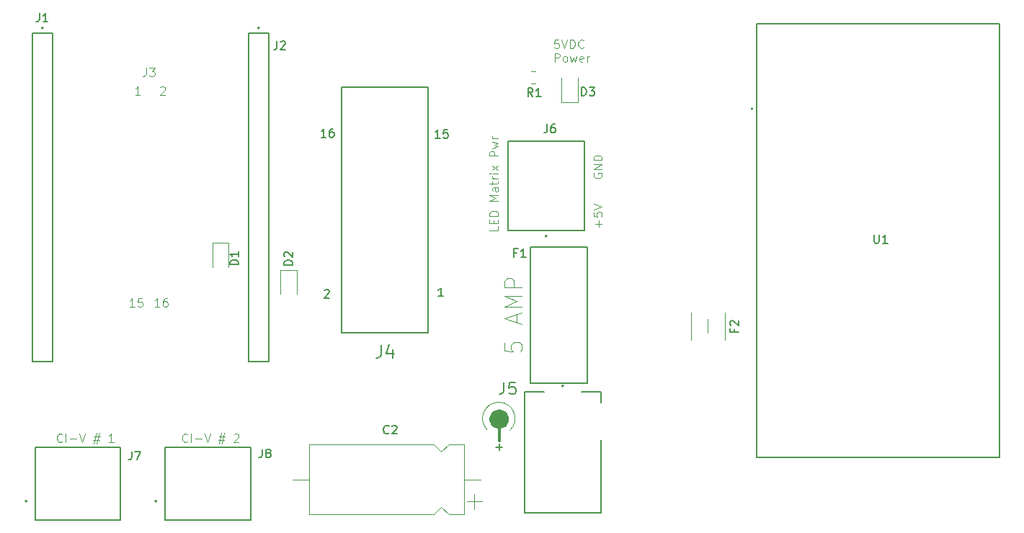
<source format=gbr>
%TF.GenerationSoftware,KiCad,Pcbnew,9.0.0*%
%TF.CreationDate,2025-04-14T04:50:01-04:00*%
%TF.ProjectId,W4MLB_Band_Display,57344d4c-425f-4426-916e-645f44697370,1.0*%
%TF.SameCoordinates,Original*%
%TF.FileFunction,Legend,Top*%
%TF.FilePolarity,Positive*%
%FSLAX46Y46*%
G04 Gerber Fmt 4.6, Leading zero omitted, Abs format (unit mm)*
G04 Created by KiCad (PCBNEW 9.0.0) date 2025-04-14 04:50:01*
%MOMM*%
%LPD*%
G01*
G04 APERTURE LIST*
%ADD10C,0.125000*%
%ADD11C,0.200000*%
%ADD12C,1.168034*%
%ADD13C,0.100000*%
%ADD14C,0.300000*%
%ADD15C,0.150000*%
%ADD16C,0.127000*%
%ADD17C,0.120000*%
G04 APERTURE END LIST*
D10*
X182496521Y-71061175D02*
X182020331Y-71061175D01*
X182020331Y-71061175D02*
X181972712Y-71537365D01*
X181972712Y-71537365D02*
X182020331Y-71489746D01*
X182020331Y-71489746D02*
X182115569Y-71442127D01*
X182115569Y-71442127D02*
X182353664Y-71442127D01*
X182353664Y-71442127D02*
X182448902Y-71489746D01*
X182448902Y-71489746D02*
X182496521Y-71537365D01*
X182496521Y-71537365D02*
X182544140Y-71632603D01*
X182544140Y-71632603D02*
X182544140Y-71870698D01*
X182544140Y-71870698D02*
X182496521Y-71965936D01*
X182496521Y-71965936D02*
X182448902Y-72013556D01*
X182448902Y-72013556D02*
X182353664Y-72061175D01*
X182353664Y-72061175D02*
X182115569Y-72061175D01*
X182115569Y-72061175D02*
X182020331Y-72013556D01*
X182020331Y-72013556D02*
X181972712Y-71965936D01*
X182829855Y-71061175D02*
X183163188Y-72061175D01*
X183163188Y-72061175D02*
X183496521Y-71061175D01*
X183829855Y-72061175D02*
X183829855Y-71061175D01*
X183829855Y-71061175D02*
X184067950Y-71061175D01*
X184067950Y-71061175D02*
X184210807Y-71108794D01*
X184210807Y-71108794D02*
X184306045Y-71204032D01*
X184306045Y-71204032D02*
X184353664Y-71299270D01*
X184353664Y-71299270D02*
X184401283Y-71489746D01*
X184401283Y-71489746D02*
X184401283Y-71632603D01*
X184401283Y-71632603D02*
X184353664Y-71823079D01*
X184353664Y-71823079D02*
X184306045Y-71918317D01*
X184306045Y-71918317D02*
X184210807Y-72013556D01*
X184210807Y-72013556D02*
X184067950Y-72061175D01*
X184067950Y-72061175D02*
X183829855Y-72061175D01*
X185401283Y-71965936D02*
X185353664Y-72013556D01*
X185353664Y-72013556D02*
X185210807Y-72061175D01*
X185210807Y-72061175D02*
X185115569Y-72061175D01*
X185115569Y-72061175D02*
X184972712Y-72013556D01*
X184972712Y-72013556D02*
X184877474Y-71918317D01*
X184877474Y-71918317D02*
X184829855Y-71823079D01*
X184829855Y-71823079D02*
X184782236Y-71632603D01*
X184782236Y-71632603D02*
X184782236Y-71489746D01*
X184782236Y-71489746D02*
X184829855Y-71299270D01*
X184829855Y-71299270D02*
X184877474Y-71204032D01*
X184877474Y-71204032D02*
X184972712Y-71108794D01*
X184972712Y-71108794D02*
X185115569Y-71061175D01*
X185115569Y-71061175D02*
X185210807Y-71061175D01*
X185210807Y-71061175D02*
X185353664Y-71108794D01*
X185353664Y-71108794D02*
X185401283Y-71156413D01*
X182020331Y-73671119D02*
X182020331Y-72671119D01*
X182020331Y-72671119D02*
X182401283Y-72671119D01*
X182401283Y-72671119D02*
X182496521Y-72718738D01*
X182496521Y-72718738D02*
X182544140Y-72766357D01*
X182544140Y-72766357D02*
X182591759Y-72861595D01*
X182591759Y-72861595D02*
X182591759Y-73004452D01*
X182591759Y-73004452D02*
X182544140Y-73099690D01*
X182544140Y-73099690D02*
X182496521Y-73147309D01*
X182496521Y-73147309D02*
X182401283Y-73194928D01*
X182401283Y-73194928D02*
X182020331Y-73194928D01*
X183163188Y-73671119D02*
X183067950Y-73623500D01*
X183067950Y-73623500D02*
X183020331Y-73575880D01*
X183020331Y-73575880D02*
X182972712Y-73480642D01*
X182972712Y-73480642D02*
X182972712Y-73194928D01*
X182972712Y-73194928D02*
X183020331Y-73099690D01*
X183020331Y-73099690D02*
X183067950Y-73052071D01*
X183067950Y-73052071D02*
X183163188Y-73004452D01*
X183163188Y-73004452D02*
X183306045Y-73004452D01*
X183306045Y-73004452D02*
X183401283Y-73052071D01*
X183401283Y-73052071D02*
X183448902Y-73099690D01*
X183448902Y-73099690D02*
X183496521Y-73194928D01*
X183496521Y-73194928D02*
X183496521Y-73480642D01*
X183496521Y-73480642D02*
X183448902Y-73575880D01*
X183448902Y-73575880D02*
X183401283Y-73623500D01*
X183401283Y-73623500D02*
X183306045Y-73671119D01*
X183306045Y-73671119D02*
X183163188Y-73671119D01*
X183829855Y-73004452D02*
X184020331Y-73671119D01*
X184020331Y-73671119D02*
X184210807Y-73194928D01*
X184210807Y-73194928D02*
X184401283Y-73671119D01*
X184401283Y-73671119D02*
X184591759Y-73004452D01*
X185353664Y-73623500D02*
X185258426Y-73671119D01*
X185258426Y-73671119D02*
X185067950Y-73671119D01*
X185067950Y-73671119D02*
X184972712Y-73623500D01*
X184972712Y-73623500D02*
X184925093Y-73528261D01*
X184925093Y-73528261D02*
X184925093Y-73147309D01*
X184925093Y-73147309D02*
X184972712Y-73052071D01*
X184972712Y-73052071D02*
X185067950Y-73004452D01*
X185067950Y-73004452D02*
X185258426Y-73004452D01*
X185258426Y-73004452D02*
X185353664Y-73052071D01*
X185353664Y-73052071D02*
X185401283Y-73147309D01*
X185401283Y-73147309D02*
X185401283Y-73242547D01*
X185401283Y-73242547D02*
X184925093Y-73337785D01*
X185829855Y-73671119D02*
X185829855Y-73004452D01*
X185829855Y-73194928D02*
X185877474Y-73099690D01*
X185877474Y-73099690D02*
X185925093Y-73052071D01*
X185925093Y-73052071D02*
X186020331Y-73004452D01*
X186020331Y-73004452D02*
X186115569Y-73004452D01*
X132644140Y-102471119D02*
X132072712Y-102471119D01*
X132358426Y-102471119D02*
X132358426Y-101471119D01*
X132358426Y-101471119D02*
X132263188Y-101613976D01*
X132263188Y-101613976D02*
X132167950Y-101709214D01*
X132167950Y-101709214D02*
X132072712Y-101756833D01*
X133548902Y-101471119D02*
X133072712Y-101471119D01*
X133072712Y-101471119D02*
X133025093Y-101947309D01*
X133025093Y-101947309D02*
X133072712Y-101899690D01*
X133072712Y-101899690D02*
X133167950Y-101852071D01*
X133167950Y-101852071D02*
X133406045Y-101852071D01*
X133406045Y-101852071D02*
X133501283Y-101899690D01*
X133501283Y-101899690D02*
X133548902Y-101947309D01*
X133548902Y-101947309D02*
X133596521Y-102042547D01*
X133596521Y-102042547D02*
X133596521Y-102280642D01*
X133596521Y-102280642D02*
X133548902Y-102375880D01*
X133548902Y-102375880D02*
X133501283Y-102423500D01*
X133501283Y-102423500D02*
X133406045Y-102471119D01*
X133406045Y-102471119D02*
X133167950Y-102471119D01*
X133167950Y-102471119D02*
X133072712Y-102423500D01*
X133072712Y-102423500D02*
X133025093Y-102375880D01*
D11*
X175511917Y-119330753D02*
X175511917Y-118568849D01*
X175892870Y-118949801D02*
X175130965Y-118949801D01*
D12*
X176074017Y-115680000D02*
G75*
G02*
X174905983Y-115680000I-584017J0D01*
G01*
X174905983Y-115680000D02*
G75*
G02*
X176074017Y-115680000I584017J0D01*
G01*
D13*
X174092292Y-116946945D02*
G75*
G02*
X176711754Y-117028991I1353408J1353445D01*
G01*
D14*
X175490000Y-115680000D02*
X175490000Y-118180000D01*
D10*
X138859259Y-118275880D02*
X138811640Y-118323500D01*
X138811640Y-118323500D02*
X138668783Y-118371119D01*
X138668783Y-118371119D02*
X138573545Y-118371119D01*
X138573545Y-118371119D02*
X138430688Y-118323500D01*
X138430688Y-118323500D02*
X138335450Y-118228261D01*
X138335450Y-118228261D02*
X138287831Y-118133023D01*
X138287831Y-118133023D02*
X138240212Y-117942547D01*
X138240212Y-117942547D02*
X138240212Y-117799690D01*
X138240212Y-117799690D02*
X138287831Y-117609214D01*
X138287831Y-117609214D02*
X138335450Y-117513976D01*
X138335450Y-117513976D02*
X138430688Y-117418738D01*
X138430688Y-117418738D02*
X138573545Y-117371119D01*
X138573545Y-117371119D02*
X138668783Y-117371119D01*
X138668783Y-117371119D02*
X138811640Y-117418738D01*
X138811640Y-117418738D02*
X138859259Y-117466357D01*
X139287831Y-118371119D02*
X139287831Y-117371119D01*
X139764021Y-117990166D02*
X140525926Y-117990166D01*
X140859259Y-117371119D02*
X141192592Y-118371119D01*
X141192592Y-118371119D02*
X141525925Y-117371119D01*
X142573545Y-117704452D02*
X143287830Y-117704452D01*
X142859259Y-117275880D02*
X142573545Y-118561595D01*
X143192592Y-118133023D02*
X142478307Y-118133023D01*
X142906878Y-118561595D02*
X143192592Y-117275880D01*
X144335450Y-117466357D02*
X144383069Y-117418738D01*
X144383069Y-117418738D02*
X144478307Y-117371119D01*
X144478307Y-117371119D02*
X144716402Y-117371119D01*
X144716402Y-117371119D02*
X144811640Y-117418738D01*
X144811640Y-117418738D02*
X144859259Y-117466357D01*
X144859259Y-117466357D02*
X144906878Y-117561595D01*
X144906878Y-117561595D02*
X144906878Y-117656833D01*
X144906878Y-117656833D02*
X144859259Y-117799690D01*
X144859259Y-117799690D02*
X144287831Y-118371119D01*
X144287831Y-118371119D02*
X144906878Y-118371119D01*
X124159259Y-118275880D02*
X124111640Y-118323500D01*
X124111640Y-118323500D02*
X123968783Y-118371119D01*
X123968783Y-118371119D02*
X123873545Y-118371119D01*
X123873545Y-118371119D02*
X123730688Y-118323500D01*
X123730688Y-118323500D02*
X123635450Y-118228261D01*
X123635450Y-118228261D02*
X123587831Y-118133023D01*
X123587831Y-118133023D02*
X123540212Y-117942547D01*
X123540212Y-117942547D02*
X123540212Y-117799690D01*
X123540212Y-117799690D02*
X123587831Y-117609214D01*
X123587831Y-117609214D02*
X123635450Y-117513976D01*
X123635450Y-117513976D02*
X123730688Y-117418738D01*
X123730688Y-117418738D02*
X123873545Y-117371119D01*
X123873545Y-117371119D02*
X123968783Y-117371119D01*
X123968783Y-117371119D02*
X124111640Y-117418738D01*
X124111640Y-117418738D02*
X124159259Y-117466357D01*
X124587831Y-118371119D02*
X124587831Y-117371119D01*
X125064021Y-117990166D02*
X125825926Y-117990166D01*
X126159259Y-117371119D02*
X126492592Y-118371119D01*
X126492592Y-118371119D02*
X126825925Y-117371119D01*
X127873545Y-117704452D02*
X128587830Y-117704452D01*
X128159259Y-117275880D02*
X127873545Y-118561595D01*
X128492592Y-118133023D02*
X127778307Y-118133023D01*
X128206878Y-118561595D02*
X128492592Y-117275880D01*
X130206878Y-118371119D02*
X129635450Y-118371119D01*
X129921164Y-118371119D02*
X129921164Y-117371119D01*
X129921164Y-117371119D02*
X129825926Y-117513976D01*
X129825926Y-117513976D02*
X129730688Y-117609214D01*
X129730688Y-117609214D02*
X129635450Y-117656833D01*
X176148738Y-106689192D02*
X176148738Y-107641573D01*
X176148738Y-107641573D02*
X177101119Y-107736811D01*
X177101119Y-107736811D02*
X177005880Y-107641573D01*
X177005880Y-107641573D02*
X176910642Y-107451097D01*
X176910642Y-107451097D02*
X176910642Y-106974906D01*
X176910642Y-106974906D02*
X177005880Y-106784430D01*
X177005880Y-106784430D02*
X177101119Y-106689192D01*
X177101119Y-106689192D02*
X177291595Y-106593954D01*
X177291595Y-106593954D02*
X177767785Y-106593954D01*
X177767785Y-106593954D02*
X177958261Y-106689192D01*
X177958261Y-106689192D02*
X178053500Y-106784430D01*
X178053500Y-106784430D02*
X178148738Y-106974906D01*
X178148738Y-106974906D02*
X178148738Y-107451097D01*
X178148738Y-107451097D02*
X178053500Y-107641573D01*
X178053500Y-107641573D02*
X177958261Y-107736811D01*
X177577309Y-104308239D02*
X177577309Y-103355858D01*
X178148738Y-104498715D02*
X176148738Y-103832049D01*
X176148738Y-103832049D02*
X178148738Y-103165382D01*
X178148738Y-102498715D02*
X176148738Y-102498715D01*
X176148738Y-102498715D02*
X177577309Y-101832048D01*
X177577309Y-101832048D02*
X176148738Y-101165382D01*
X176148738Y-101165382D02*
X178148738Y-101165382D01*
X178148738Y-100213001D02*
X176148738Y-100213001D01*
X176148738Y-100213001D02*
X176148738Y-99451096D01*
X176148738Y-99451096D02*
X176243976Y-99260620D01*
X176243976Y-99260620D02*
X176339214Y-99165382D01*
X176339214Y-99165382D02*
X176529690Y-99070144D01*
X176529690Y-99070144D02*
X176815404Y-99070144D01*
X176815404Y-99070144D02*
X177005880Y-99165382D01*
X177005880Y-99165382D02*
X177101119Y-99260620D01*
X177101119Y-99260620D02*
X177196357Y-99451096D01*
X177196357Y-99451096D02*
X177196357Y-100213001D01*
X135672712Y-76666357D02*
X135720331Y-76618738D01*
X135720331Y-76618738D02*
X135815569Y-76571119D01*
X135815569Y-76571119D02*
X136053664Y-76571119D01*
X136053664Y-76571119D02*
X136148902Y-76618738D01*
X136148902Y-76618738D02*
X136196521Y-76666357D01*
X136196521Y-76666357D02*
X136244140Y-76761595D01*
X136244140Y-76761595D02*
X136244140Y-76856833D01*
X136244140Y-76856833D02*
X136196521Y-76999690D01*
X136196521Y-76999690D02*
X135625093Y-77571119D01*
X135625093Y-77571119D02*
X136244140Y-77571119D01*
X186618738Y-86755859D02*
X186571119Y-86851097D01*
X186571119Y-86851097D02*
X186571119Y-86993954D01*
X186571119Y-86993954D02*
X186618738Y-87136811D01*
X186618738Y-87136811D02*
X186713976Y-87232049D01*
X186713976Y-87232049D02*
X186809214Y-87279668D01*
X186809214Y-87279668D02*
X186999690Y-87327287D01*
X186999690Y-87327287D02*
X187142547Y-87327287D01*
X187142547Y-87327287D02*
X187333023Y-87279668D01*
X187333023Y-87279668D02*
X187428261Y-87232049D01*
X187428261Y-87232049D02*
X187523500Y-87136811D01*
X187523500Y-87136811D02*
X187571119Y-86993954D01*
X187571119Y-86993954D02*
X187571119Y-86898716D01*
X187571119Y-86898716D02*
X187523500Y-86755859D01*
X187523500Y-86755859D02*
X187475880Y-86708240D01*
X187475880Y-86708240D02*
X187142547Y-86708240D01*
X187142547Y-86708240D02*
X187142547Y-86898716D01*
X187571119Y-86279668D02*
X186571119Y-86279668D01*
X186571119Y-86279668D02*
X187571119Y-85708240D01*
X187571119Y-85708240D02*
X186571119Y-85708240D01*
X187571119Y-85232049D02*
X186571119Y-85232049D01*
X186571119Y-85232049D02*
X186571119Y-84993954D01*
X186571119Y-84993954D02*
X186618738Y-84851097D01*
X186618738Y-84851097D02*
X186713976Y-84755859D01*
X186713976Y-84755859D02*
X186809214Y-84708240D01*
X186809214Y-84708240D02*
X186999690Y-84660621D01*
X186999690Y-84660621D02*
X187142547Y-84660621D01*
X187142547Y-84660621D02*
X187333023Y-84708240D01*
X187333023Y-84708240D02*
X187428261Y-84755859D01*
X187428261Y-84755859D02*
X187523500Y-84851097D01*
X187523500Y-84851097D02*
X187571119Y-84993954D01*
X187571119Y-84993954D02*
X187571119Y-85232049D01*
X134006045Y-74371119D02*
X134006045Y-75085404D01*
X134006045Y-75085404D02*
X133958426Y-75228261D01*
X133958426Y-75228261D02*
X133863188Y-75323500D01*
X133863188Y-75323500D02*
X133720331Y-75371119D01*
X133720331Y-75371119D02*
X133625093Y-75371119D01*
X134386998Y-74371119D02*
X135006045Y-74371119D01*
X135006045Y-74371119D02*
X134672712Y-74752071D01*
X134672712Y-74752071D02*
X134815569Y-74752071D01*
X134815569Y-74752071D02*
X134910807Y-74799690D01*
X134910807Y-74799690D02*
X134958426Y-74847309D01*
X134958426Y-74847309D02*
X135006045Y-74942547D01*
X135006045Y-74942547D02*
X135006045Y-75180642D01*
X135006045Y-75180642D02*
X134958426Y-75275880D01*
X134958426Y-75275880D02*
X134910807Y-75323500D01*
X134910807Y-75323500D02*
X134815569Y-75371119D01*
X134815569Y-75371119D02*
X134529855Y-75371119D01*
X134529855Y-75371119D02*
X134434617Y-75323500D01*
X134434617Y-75323500D02*
X134386998Y-75275880D01*
X187190166Y-93079668D02*
X187190166Y-92317764D01*
X187571119Y-92698716D02*
X186809214Y-92698716D01*
X186571119Y-91365383D02*
X186571119Y-91841573D01*
X186571119Y-91841573D02*
X187047309Y-91889192D01*
X187047309Y-91889192D02*
X186999690Y-91841573D01*
X186999690Y-91841573D02*
X186952071Y-91746335D01*
X186952071Y-91746335D02*
X186952071Y-91508240D01*
X186952071Y-91508240D02*
X186999690Y-91413002D01*
X186999690Y-91413002D02*
X187047309Y-91365383D01*
X187047309Y-91365383D02*
X187142547Y-91317764D01*
X187142547Y-91317764D02*
X187380642Y-91317764D01*
X187380642Y-91317764D02*
X187475880Y-91365383D01*
X187475880Y-91365383D02*
X187523500Y-91413002D01*
X187523500Y-91413002D02*
X187571119Y-91508240D01*
X187571119Y-91508240D02*
X187571119Y-91746335D01*
X187571119Y-91746335D02*
X187523500Y-91841573D01*
X187523500Y-91841573D02*
X187475880Y-91889192D01*
X186571119Y-91032049D02*
X187571119Y-90698716D01*
X187571119Y-90698716D02*
X186571119Y-90365383D01*
X135594140Y-102453619D02*
X135022712Y-102453619D01*
X135308426Y-102453619D02*
X135308426Y-101453619D01*
X135308426Y-101453619D02*
X135213188Y-101596476D01*
X135213188Y-101596476D02*
X135117950Y-101691714D01*
X135117950Y-101691714D02*
X135022712Y-101739333D01*
X136451283Y-101453619D02*
X136260807Y-101453619D01*
X136260807Y-101453619D02*
X136165569Y-101501238D01*
X136165569Y-101501238D02*
X136117950Y-101548857D01*
X136117950Y-101548857D02*
X136022712Y-101691714D01*
X136022712Y-101691714D02*
X135975093Y-101882190D01*
X135975093Y-101882190D02*
X135975093Y-102263142D01*
X135975093Y-102263142D02*
X136022712Y-102358380D01*
X136022712Y-102358380D02*
X136070331Y-102406000D01*
X136070331Y-102406000D02*
X136165569Y-102453619D01*
X136165569Y-102453619D02*
X136356045Y-102453619D01*
X136356045Y-102453619D02*
X136451283Y-102406000D01*
X136451283Y-102406000D02*
X136498902Y-102358380D01*
X136498902Y-102358380D02*
X136546521Y-102263142D01*
X136546521Y-102263142D02*
X136546521Y-102025047D01*
X136546521Y-102025047D02*
X136498902Y-101929809D01*
X136498902Y-101929809D02*
X136451283Y-101882190D01*
X136451283Y-101882190D02*
X136356045Y-101834571D01*
X136356045Y-101834571D02*
X136165569Y-101834571D01*
X136165569Y-101834571D02*
X136070331Y-101882190D01*
X136070331Y-101882190D02*
X136022712Y-101929809D01*
X136022712Y-101929809D02*
X135975093Y-102025047D01*
X133294140Y-77553619D02*
X132722712Y-77553619D01*
X133008426Y-77553619D02*
X133008426Y-76553619D01*
X133008426Y-76553619D02*
X132913188Y-76696476D01*
X132913188Y-76696476D02*
X132817950Y-76791714D01*
X132817950Y-76791714D02*
X132722712Y-76839333D01*
X175371119Y-93003478D02*
X175371119Y-93479668D01*
X175371119Y-93479668D02*
X174371119Y-93479668D01*
X174847309Y-92670144D02*
X174847309Y-92336811D01*
X175371119Y-92193954D02*
X175371119Y-92670144D01*
X175371119Y-92670144D02*
X174371119Y-92670144D01*
X174371119Y-92670144D02*
X174371119Y-92193954D01*
X175371119Y-91765382D02*
X174371119Y-91765382D01*
X174371119Y-91765382D02*
X174371119Y-91527287D01*
X174371119Y-91527287D02*
X174418738Y-91384430D01*
X174418738Y-91384430D02*
X174513976Y-91289192D01*
X174513976Y-91289192D02*
X174609214Y-91241573D01*
X174609214Y-91241573D02*
X174799690Y-91193954D01*
X174799690Y-91193954D02*
X174942547Y-91193954D01*
X174942547Y-91193954D02*
X175133023Y-91241573D01*
X175133023Y-91241573D02*
X175228261Y-91289192D01*
X175228261Y-91289192D02*
X175323500Y-91384430D01*
X175323500Y-91384430D02*
X175371119Y-91527287D01*
X175371119Y-91527287D02*
X175371119Y-91765382D01*
X175371119Y-90003477D02*
X174371119Y-90003477D01*
X174371119Y-90003477D02*
X175085404Y-89670144D01*
X175085404Y-89670144D02*
X174371119Y-89336811D01*
X174371119Y-89336811D02*
X175371119Y-89336811D01*
X175371119Y-88432049D02*
X174847309Y-88432049D01*
X174847309Y-88432049D02*
X174752071Y-88479668D01*
X174752071Y-88479668D02*
X174704452Y-88574906D01*
X174704452Y-88574906D02*
X174704452Y-88765382D01*
X174704452Y-88765382D02*
X174752071Y-88860620D01*
X175323500Y-88432049D02*
X175371119Y-88527287D01*
X175371119Y-88527287D02*
X175371119Y-88765382D01*
X175371119Y-88765382D02*
X175323500Y-88860620D01*
X175323500Y-88860620D02*
X175228261Y-88908239D01*
X175228261Y-88908239D02*
X175133023Y-88908239D01*
X175133023Y-88908239D02*
X175037785Y-88860620D01*
X175037785Y-88860620D02*
X174990166Y-88765382D01*
X174990166Y-88765382D02*
X174990166Y-88527287D01*
X174990166Y-88527287D02*
X174942547Y-88432049D01*
X174704452Y-88098715D02*
X174704452Y-87717763D01*
X174371119Y-87955858D02*
X175228261Y-87955858D01*
X175228261Y-87955858D02*
X175323500Y-87908239D01*
X175323500Y-87908239D02*
X175371119Y-87813001D01*
X175371119Y-87813001D02*
X175371119Y-87717763D01*
X175371119Y-87384429D02*
X174704452Y-87384429D01*
X174894928Y-87384429D02*
X174799690Y-87336810D01*
X174799690Y-87336810D02*
X174752071Y-87289191D01*
X174752071Y-87289191D02*
X174704452Y-87193953D01*
X174704452Y-87193953D02*
X174704452Y-87098715D01*
X175371119Y-86765381D02*
X174704452Y-86765381D01*
X174371119Y-86765381D02*
X174418738Y-86813000D01*
X174418738Y-86813000D02*
X174466357Y-86765381D01*
X174466357Y-86765381D02*
X174418738Y-86717762D01*
X174418738Y-86717762D02*
X174371119Y-86765381D01*
X174371119Y-86765381D02*
X174466357Y-86765381D01*
X175371119Y-86384429D02*
X174704452Y-85860620D01*
X174704452Y-86384429D02*
X175371119Y-85860620D01*
X175371119Y-84717762D02*
X174371119Y-84717762D01*
X174371119Y-84717762D02*
X174371119Y-84336810D01*
X174371119Y-84336810D02*
X174418738Y-84241572D01*
X174418738Y-84241572D02*
X174466357Y-84193953D01*
X174466357Y-84193953D02*
X174561595Y-84146334D01*
X174561595Y-84146334D02*
X174704452Y-84146334D01*
X174704452Y-84146334D02*
X174799690Y-84193953D01*
X174799690Y-84193953D02*
X174847309Y-84241572D01*
X174847309Y-84241572D02*
X174894928Y-84336810D01*
X174894928Y-84336810D02*
X174894928Y-84717762D01*
X174704452Y-83813000D02*
X175371119Y-83622524D01*
X175371119Y-83622524D02*
X174894928Y-83432048D01*
X174894928Y-83432048D02*
X175371119Y-83241572D01*
X175371119Y-83241572D02*
X174704452Y-83051096D01*
X175371119Y-82670143D02*
X174704452Y-82670143D01*
X174894928Y-82670143D02*
X174799690Y-82622524D01*
X174799690Y-82622524D02*
X174752071Y-82574905D01*
X174752071Y-82574905D02*
X174704452Y-82479667D01*
X174704452Y-82479667D02*
X174704452Y-82384429D01*
D15*
X147634166Y-119204819D02*
X147634166Y-119919104D01*
X147634166Y-119919104D02*
X147586547Y-120061961D01*
X147586547Y-120061961D02*
X147491309Y-120157200D01*
X147491309Y-120157200D02*
X147348452Y-120204819D01*
X147348452Y-120204819D02*
X147253214Y-120204819D01*
X148253214Y-119633390D02*
X148157976Y-119585771D01*
X148157976Y-119585771D02*
X148110357Y-119538152D01*
X148110357Y-119538152D02*
X148062738Y-119442914D01*
X148062738Y-119442914D02*
X148062738Y-119395295D01*
X148062738Y-119395295D02*
X148110357Y-119300057D01*
X148110357Y-119300057D02*
X148157976Y-119252438D01*
X148157976Y-119252438D02*
X148253214Y-119204819D01*
X148253214Y-119204819D02*
X148443690Y-119204819D01*
X148443690Y-119204819D02*
X148538928Y-119252438D01*
X148538928Y-119252438D02*
X148586547Y-119300057D01*
X148586547Y-119300057D02*
X148634166Y-119395295D01*
X148634166Y-119395295D02*
X148634166Y-119442914D01*
X148634166Y-119442914D02*
X148586547Y-119538152D01*
X148586547Y-119538152D02*
X148538928Y-119585771D01*
X148538928Y-119585771D02*
X148443690Y-119633390D01*
X148443690Y-119633390D02*
X148253214Y-119633390D01*
X148253214Y-119633390D02*
X148157976Y-119681009D01*
X148157976Y-119681009D02*
X148110357Y-119728628D01*
X148110357Y-119728628D02*
X148062738Y-119823866D01*
X148062738Y-119823866D02*
X148062738Y-120014342D01*
X148062738Y-120014342D02*
X148110357Y-120109580D01*
X148110357Y-120109580D02*
X148157976Y-120157200D01*
X148157976Y-120157200D02*
X148253214Y-120204819D01*
X148253214Y-120204819D02*
X148443690Y-120204819D01*
X148443690Y-120204819D02*
X148538928Y-120157200D01*
X148538928Y-120157200D02*
X148586547Y-120109580D01*
X148586547Y-120109580D02*
X148634166Y-120014342D01*
X148634166Y-120014342D02*
X148634166Y-119823866D01*
X148634166Y-119823866D02*
X148586547Y-119728628D01*
X148586547Y-119728628D02*
X148538928Y-119681009D01*
X148538928Y-119681009D02*
X148443690Y-119633390D01*
X185161905Y-77654819D02*
X185161905Y-76654819D01*
X185161905Y-76654819D02*
X185400000Y-76654819D01*
X185400000Y-76654819D02*
X185542857Y-76702438D01*
X185542857Y-76702438D02*
X185638095Y-76797676D01*
X185638095Y-76797676D02*
X185685714Y-76892914D01*
X185685714Y-76892914D02*
X185733333Y-77083390D01*
X185733333Y-77083390D02*
X185733333Y-77226247D01*
X185733333Y-77226247D02*
X185685714Y-77416723D01*
X185685714Y-77416723D02*
X185638095Y-77511961D01*
X185638095Y-77511961D02*
X185542857Y-77607200D01*
X185542857Y-77607200D02*
X185400000Y-77654819D01*
X185400000Y-77654819D02*
X185161905Y-77654819D01*
X186066667Y-76654819D02*
X186685714Y-76654819D01*
X186685714Y-76654819D02*
X186352381Y-77035771D01*
X186352381Y-77035771D02*
X186495238Y-77035771D01*
X186495238Y-77035771D02*
X186590476Y-77083390D01*
X186590476Y-77083390D02*
X186638095Y-77131009D01*
X186638095Y-77131009D02*
X186685714Y-77226247D01*
X186685714Y-77226247D02*
X186685714Y-77464342D01*
X186685714Y-77464342D02*
X186638095Y-77559580D01*
X186638095Y-77559580D02*
X186590476Y-77607200D01*
X186590476Y-77607200D02*
X186495238Y-77654819D01*
X186495238Y-77654819D02*
X186209524Y-77654819D01*
X186209524Y-77654819D02*
X186114286Y-77607200D01*
X186114286Y-77607200D02*
X186066667Y-77559580D01*
X144854819Y-97513094D02*
X143854819Y-97513094D01*
X143854819Y-97513094D02*
X143854819Y-97274999D01*
X143854819Y-97274999D02*
X143902438Y-97132142D01*
X143902438Y-97132142D02*
X143997676Y-97036904D01*
X143997676Y-97036904D02*
X144092914Y-96989285D01*
X144092914Y-96989285D02*
X144283390Y-96941666D01*
X144283390Y-96941666D02*
X144426247Y-96941666D01*
X144426247Y-96941666D02*
X144616723Y-96989285D01*
X144616723Y-96989285D02*
X144711961Y-97036904D01*
X144711961Y-97036904D02*
X144807200Y-97132142D01*
X144807200Y-97132142D02*
X144854819Y-97274999D01*
X144854819Y-97274999D02*
X144854819Y-97513094D01*
X144854819Y-95989285D02*
X144854819Y-96560713D01*
X144854819Y-96274999D02*
X143854819Y-96274999D01*
X143854819Y-96274999D02*
X143997676Y-96370237D01*
X143997676Y-96370237D02*
X144092914Y-96465475D01*
X144092914Y-96465475D02*
X144140533Y-96560713D01*
X179433333Y-77754819D02*
X179100000Y-77278628D01*
X178861905Y-77754819D02*
X178861905Y-76754819D01*
X178861905Y-76754819D02*
X179242857Y-76754819D01*
X179242857Y-76754819D02*
X179338095Y-76802438D01*
X179338095Y-76802438D02*
X179385714Y-76850057D01*
X179385714Y-76850057D02*
X179433333Y-76945295D01*
X179433333Y-76945295D02*
X179433333Y-77088152D01*
X179433333Y-77088152D02*
X179385714Y-77183390D01*
X179385714Y-77183390D02*
X179338095Y-77231009D01*
X179338095Y-77231009D02*
X179242857Y-77278628D01*
X179242857Y-77278628D02*
X178861905Y-77278628D01*
X180385714Y-77754819D02*
X179814286Y-77754819D01*
X180100000Y-77754819D02*
X180100000Y-76754819D01*
X180100000Y-76754819D02*
X180004762Y-76897676D01*
X180004762Y-76897676D02*
X179909524Y-76992914D01*
X179909524Y-76992914D02*
X179814286Y-77040533D01*
X177566666Y-96131009D02*
X177233333Y-96131009D01*
X177233333Y-96654819D02*
X177233333Y-95654819D01*
X177233333Y-95654819D02*
X177709523Y-95654819D01*
X178614285Y-96654819D02*
X178042857Y-96654819D01*
X178328571Y-96654819D02*
X178328571Y-95654819D01*
X178328571Y-95654819D02*
X178233333Y-95797676D01*
X178233333Y-95797676D02*
X178138095Y-95892914D01*
X178138095Y-95892914D02*
X178042857Y-95940533D01*
X181116666Y-81004819D02*
X181116666Y-81719104D01*
X181116666Y-81719104D02*
X181069047Y-81861961D01*
X181069047Y-81861961D02*
X180973809Y-81957200D01*
X180973809Y-81957200D02*
X180830952Y-82004819D01*
X180830952Y-82004819D02*
X180735714Y-82004819D01*
X182021428Y-81004819D02*
X181830952Y-81004819D01*
X181830952Y-81004819D02*
X181735714Y-81052438D01*
X181735714Y-81052438D02*
X181688095Y-81100057D01*
X181688095Y-81100057D02*
X181592857Y-81242914D01*
X181592857Y-81242914D02*
X181545238Y-81433390D01*
X181545238Y-81433390D02*
X181545238Y-81814342D01*
X181545238Y-81814342D02*
X181592857Y-81909580D01*
X181592857Y-81909580D02*
X181640476Y-81957200D01*
X181640476Y-81957200D02*
X181735714Y-82004819D01*
X181735714Y-82004819D02*
X181926190Y-82004819D01*
X181926190Y-82004819D02*
X182021428Y-81957200D01*
X182021428Y-81957200D02*
X182069047Y-81909580D01*
X182069047Y-81909580D02*
X182116666Y-81814342D01*
X182116666Y-81814342D02*
X182116666Y-81576247D01*
X182116666Y-81576247D02*
X182069047Y-81481009D01*
X182069047Y-81481009D02*
X182021428Y-81433390D01*
X182021428Y-81433390D02*
X181926190Y-81385771D01*
X181926190Y-81385771D02*
X181735714Y-81385771D01*
X181735714Y-81385771D02*
X181640476Y-81433390D01*
X181640476Y-81433390D02*
X181592857Y-81481009D01*
X181592857Y-81481009D02*
X181545238Y-81576247D01*
X149366666Y-71254819D02*
X149366666Y-71969104D01*
X149366666Y-71969104D02*
X149319047Y-72111961D01*
X149319047Y-72111961D02*
X149223809Y-72207200D01*
X149223809Y-72207200D02*
X149080952Y-72254819D01*
X149080952Y-72254819D02*
X148985714Y-72254819D01*
X149795238Y-71350057D02*
X149842857Y-71302438D01*
X149842857Y-71302438D02*
X149938095Y-71254819D01*
X149938095Y-71254819D02*
X150176190Y-71254819D01*
X150176190Y-71254819D02*
X150271428Y-71302438D01*
X150271428Y-71302438D02*
X150319047Y-71350057D01*
X150319047Y-71350057D02*
X150366666Y-71445295D01*
X150366666Y-71445295D02*
X150366666Y-71540533D01*
X150366666Y-71540533D02*
X150319047Y-71683390D01*
X150319047Y-71683390D02*
X149747619Y-72254819D01*
X149747619Y-72254819D02*
X150366666Y-72254819D01*
X121466666Y-67954819D02*
X121466666Y-68669104D01*
X121466666Y-68669104D02*
X121419047Y-68811961D01*
X121419047Y-68811961D02*
X121323809Y-68907200D01*
X121323809Y-68907200D02*
X121180952Y-68954819D01*
X121180952Y-68954819D02*
X121085714Y-68954819D01*
X122466666Y-68954819D02*
X121895238Y-68954819D01*
X122180952Y-68954819D02*
X122180952Y-67954819D01*
X122180952Y-67954819D02*
X122085714Y-68097676D01*
X122085714Y-68097676D02*
X121990476Y-68192914D01*
X121990476Y-68192914D02*
X121895238Y-68240533D01*
X162533333Y-117309580D02*
X162485714Y-117357200D01*
X162485714Y-117357200D02*
X162342857Y-117404819D01*
X162342857Y-117404819D02*
X162247619Y-117404819D01*
X162247619Y-117404819D02*
X162104762Y-117357200D01*
X162104762Y-117357200D02*
X162009524Y-117261961D01*
X162009524Y-117261961D02*
X161961905Y-117166723D01*
X161961905Y-117166723D02*
X161914286Y-116976247D01*
X161914286Y-116976247D02*
X161914286Y-116833390D01*
X161914286Y-116833390D02*
X161961905Y-116642914D01*
X161961905Y-116642914D02*
X162009524Y-116547676D01*
X162009524Y-116547676D02*
X162104762Y-116452438D01*
X162104762Y-116452438D02*
X162247619Y-116404819D01*
X162247619Y-116404819D02*
X162342857Y-116404819D01*
X162342857Y-116404819D02*
X162485714Y-116452438D01*
X162485714Y-116452438D02*
X162533333Y-116500057D01*
X162914286Y-116500057D02*
X162961905Y-116452438D01*
X162961905Y-116452438D02*
X163057143Y-116404819D01*
X163057143Y-116404819D02*
X163295238Y-116404819D01*
X163295238Y-116404819D02*
X163390476Y-116452438D01*
X163390476Y-116452438D02*
X163438095Y-116500057D01*
X163438095Y-116500057D02*
X163485714Y-116595295D01*
X163485714Y-116595295D02*
X163485714Y-116690533D01*
X163485714Y-116690533D02*
X163438095Y-116833390D01*
X163438095Y-116833390D02*
X162866667Y-117404819D01*
X162866667Y-117404819D02*
X163485714Y-117404819D01*
X132334166Y-119454819D02*
X132334166Y-120169104D01*
X132334166Y-120169104D02*
X132286547Y-120311961D01*
X132286547Y-120311961D02*
X132191309Y-120407200D01*
X132191309Y-120407200D02*
X132048452Y-120454819D01*
X132048452Y-120454819D02*
X131953214Y-120454819D01*
X132715119Y-119454819D02*
X133381785Y-119454819D01*
X133381785Y-119454819D02*
X132953214Y-120454819D01*
X176033333Y-111339866D02*
X176033333Y-112339866D01*
X176033333Y-112339866D02*
X175966666Y-112539866D01*
X175966666Y-112539866D02*
X175833333Y-112673200D01*
X175833333Y-112673200D02*
X175633333Y-112739866D01*
X175633333Y-112739866D02*
X175500000Y-112739866D01*
X177366667Y-111339866D02*
X176700000Y-111339866D01*
X176700000Y-111339866D02*
X176633333Y-112006533D01*
X176633333Y-112006533D02*
X176700000Y-111939866D01*
X176700000Y-111939866D02*
X176833333Y-111873200D01*
X176833333Y-111873200D02*
X177166667Y-111873200D01*
X177166667Y-111873200D02*
X177300000Y-111939866D01*
X177300000Y-111939866D02*
X177366667Y-112006533D01*
X177366667Y-112006533D02*
X177433333Y-112139866D01*
X177433333Y-112139866D02*
X177433333Y-112473200D01*
X177433333Y-112473200D02*
X177366667Y-112606533D01*
X177366667Y-112606533D02*
X177300000Y-112673200D01*
X177300000Y-112673200D02*
X177166667Y-112739866D01*
X177166667Y-112739866D02*
X176833333Y-112739866D01*
X176833333Y-112739866D02*
X176700000Y-112673200D01*
X176700000Y-112673200D02*
X176633333Y-112606533D01*
X161600000Y-106986128D02*
X161600000Y-108057557D01*
X161600000Y-108057557D02*
X161528571Y-108271842D01*
X161528571Y-108271842D02*
X161385714Y-108414700D01*
X161385714Y-108414700D02*
X161171428Y-108486128D01*
X161171428Y-108486128D02*
X161028571Y-108486128D01*
X162957143Y-107486128D02*
X162957143Y-108486128D01*
X162600000Y-106914700D02*
X162242857Y-107986128D01*
X162242857Y-107986128D02*
X163171428Y-107986128D01*
X168918214Y-101234819D02*
X168346786Y-101234819D01*
X168632500Y-101234819D02*
X168632500Y-100234819D01*
X168632500Y-100234819D02*
X168537262Y-100377676D01*
X168537262Y-100377676D02*
X168442024Y-100472914D01*
X168442024Y-100472914D02*
X168346786Y-100520533D01*
X155142023Y-82534819D02*
X154570595Y-82534819D01*
X154856309Y-82534819D02*
X154856309Y-81534819D01*
X154856309Y-81534819D02*
X154761071Y-81677676D01*
X154761071Y-81677676D02*
X154665833Y-81772914D01*
X154665833Y-81772914D02*
X154570595Y-81820533D01*
X155999166Y-81534819D02*
X155808690Y-81534819D01*
X155808690Y-81534819D02*
X155713452Y-81582438D01*
X155713452Y-81582438D02*
X155665833Y-81630057D01*
X155665833Y-81630057D02*
X155570595Y-81772914D01*
X155570595Y-81772914D02*
X155522976Y-81963390D01*
X155522976Y-81963390D02*
X155522976Y-82344342D01*
X155522976Y-82344342D02*
X155570595Y-82439580D01*
X155570595Y-82439580D02*
X155618214Y-82487200D01*
X155618214Y-82487200D02*
X155713452Y-82534819D01*
X155713452Y-82534819D02*
X155903928Y-82534819D01*
X155903928Y-82534819D02*
X155999166Y-82487200D01*
X155999166Y-82487200D02*
X156046785Y-82439580D01*
X156046785Y-82439580D02*
X156094404Y-82344342D01*
X156094404Y-82344342D02*
X156094404Y-82106247D01*
X156094404Y-82106247D02*
X156046785Y-82011009D01*
X156046785Y-82011009D02*
X155999166Y-81963390D01*
X155999166Y-81963390D02*
X155903928Y-81915771D01*
X155903928Y-81915771D02*
X155713452Y-81915771D01*
X155713452Y-81915771D02*
X155618214Y-81963390D01*
X155618214Y-81963390D02*
X155570595Y-82011009D01*
X155570595Y-82011009D02*
X155522976Y-82106247D01*
X154946786Y-100530057D02*
X154994405Y-100482438D01*
X154994405Y-100482438D02*
X155089643Y-100434819D01*
X155089643Y-100434819D02*
X155327738Y-100434819D01*
X155327738Y-100434819D02*
X155422976Y-100482438D01*
X155422976Y-100482438D02*
X155470595Y-100530057D01*
X155470595Y-100530057D02*
X155518214Y-100625295D01*
X155518214Y-100625295D02*
X155518214Y-100720533D01*
X155518214Y-100720533D02*
X155470595Y-100863390D01*
X155470595Y-100863390D02*
X154899167Y-101434819D01*
X154899167Y-101434819D02*
X155518214Y-101434819D01*
X168542023Y-82634819D02*
X167970595Y-82634819D01*
X168256309Y-82634819D02*
X168256309Y-81634819D01*
X168256309Y-81634819D02*
X168161071Y-81777676D01*
X168161071Y-81777676D02*
X168065833Y-81872914D01*
X168065833Y-81872914D02*
X167970595Y-81920533D01*
X169446785Y-81634819D02*
X168970595Y-81634819D01*
X168970595Y-81634819D02*
X168922976Y-82111009D01*
X168922976Y-82111009D02*
X168970595Y-82063390D01*
X168970595Y-82063390D02*
X169065833Y-82015771D01*
X169065833Y-82015771D02*
X169303928Y-82015771D01*
X169303928Y-82015771D02*
X169399166Y-82063390D01*
X169399166Y-82063390D02*
X169446785Y-82111009D01*
X169446785Y-82111009D02*
X169494404Y-82206247D01*
X169494404Y-82206247D02*
X169494404Y-82444342D01*
X169494404Y-82444342D02*
X169446785Y-82539580D01*
X169446785Y-82539580D02*
X169399166Y-82587200D01*
X169399166Y-82587200D02*
X169303928Y-82634819D01*
X169303928Y-82634819D02*
X169065833Y-82634819D01*
X169065833Y-82634819D02*
X168970595Y-82587200D01*
X168970595Y-82587200D02*
X168922976Y-82539580D01*
X151204819Y-97538094D02*
X150204819Y-97538094D01*
X150204819Y-97538094D02*
X150204819Y-97299999D01*
X150204819Y-97299999D02*
X150252438Y-97157142D01*
X150252438Y-97157142D02*
X150347676Y-97061904D01*
X150347676Y-97061904D02*
X150442914Y-97014285D01*
X150442914Y-97014285D02*
X150633390Y-96966666D01*
X150633390Y-96966666D02*
X150776247Y-96966666D01*
X150776247Y-96966666D02*
X150966723Y-97014285D01*
X150966723Y-97014285D02*
X151061961Y-97061904D01*
X151061961Y-97061904D02*
X151157200Y-97157142D01*
X151157200Y-97157142D02*
X151204819Y-97299999D01*
X151204819Y-97299999D02*
X151204819Y-97538094D01*
X150300057Y-96585713D02*
X150252438Y-96538094D01*
X150252438Y-96538094D02*
X150204819Y-96442856D01*
X150204819Y-96442856D02*
X150204819Y-96204761D01*
X150204819Y-96204761D02*
X150252438Y-96109523D01*
X150252438Y-96109523D02*
X150300057Y-96061904D01*
X150300057Y-96061904D02*
X150395295Y-96014285D01*
X150395295Y-96014285D02*
X150490533Y-96014285D01*
X150490533Y-96014285D02*
X150633390Y-96061904D01*
X150633390Y-96061904D02*
X151204819Y-96633332D01*
X151204819Y-96633332D02*
X151204819Y-96014285D01*
X219538095Y-93994819D02*
X219538095Y-94804342D01*
X219538095Y-94804342D02*
X219585714Y-94899580D01*
X219585714Y-94899580D02*
X219633333Y-94947200D01*
X219633333Y-94947200D02*
X219728571Y-94994819D01*
X219728571Y-94994819D02*
X219919047Y-94994819D01*
X219919047Y-94994819D02*
X220014285Y-94947200D01*
X220014285Y-94947200D02*
X220061904Y-94899580D01*
X220061904Y-94899580D02*
X220109523Y-94804342D01*
X220109523Y-94804342D02*
X220109523Y-93994819D01*
X221109523Y-94994819D02*
X220538095Y-94994819D01*
X220823809Y-94994819D02*
X220823809Y-93994819D01*
X220823809Y-93994819D02*
X220728571Y-94137676D01*
X220728571Y-94137676D02*
X220633333Y-94232914D01*
X220633333Y-94232914D02*
X220538095Y-94280533D01*
X203081009Y-105133333D02*
X203081009Y-105466666D01*
X203604819Y-105466666D02*
X202604819Y-105466666D01*
X202604819Y-105466666D02*
X202604819Y-104990476D01*
X202700057Y-104657142D02*
X202652438Y-104609523D01*
X202652438Y-104609523D02*
X202604819Y-104514285D01*
X202604819Y-104514285D02*
X202604819Y-104276190D01*
X202604819Y-104276190D02*
X202652438Y-104180952D01*
X202652438Y-104180952D02*
X202700057Y-104133333D01*
X202700057Y-104133333D02*
X202795295Y-104085714D01*
X202795295Y-104085714D02*
X202890533Y-104085714D01*
X202890533Y-104085714D02*
X203033390Y-104133333D01*
X203033390Y-104133333D02*
X203604819Y-104704761D01*
X203604819Y-104704761D02*
X203604819Y-104085714D01*
D16*
%TO.C,J8*%
X136267500Y-119000000D02*
X136267500Y-127500000D01*
X136267500Y-127500000D02*
X146267500Y-127500000D01*
X146267500Y-119000000D02*
X136267500Y-119000000D01*
X146267500Y-127500000D02*
X146267500Y-119000000D01*
D11*
X135257500Y-125300000D02*
G75*
G02*
X135057500Y-125300000I-100000J0D01*
G01*
X135057500Y-125300000D02*
G75*
G02*
X135257500Y-125300000I100000J0D01*
G01*
D17*
%TO.C,D3*%
X182790000Y-78385000D02*
X184710000Y-78385000D01*
X184710000Y-78385000D02*
X184710000Y-75525000D01*
X182790000Y-75525000D02*
X182790000Y-78385000D01*
%TO.C,D1*%
X143710000Y-94915000D02*
X141790000Y-94915000D01*
X141790000Y-94915000D02*
X141790000Y-97775000D01*
X143710000Y-97775000D02*
X143710000Y-94915000D01*
%TO.C,R1*%
X179727064Y-76235000D02*
X179272936Y-76235000D01*
X179727064Y-74765000D02*
X179272936Y-74765000D01*
D16*
%TO.C,F1*%
X179145000Y-95450000D02*
X185875000Y-95450000D01*
X179145000Y-111450000D02*
X179145000Y-95450000D01*
X185875000Y-95450000D02*
X185875000Y-111450000D01*
X185875000Y-111450000D02*
X179145000Y-111450000D01*
%TO.C,J6*%
X176500000Y-83000000D02*
X176500000Y-93500000D01*
X176500000Y-83000000D02*
X185500000Y-83000000D01*
X185500000Y-83000000D02*
X185500000Y-93500000D01*
X185500000Y-93500000D02*
X176500000Y-93500000D01*
D11*
X181100000Y-94150000D02*
G75*
G02*
X180900000Y-94150000I-100000J0D01*
G01*
X180900000Y-94150000D02*
G75*
G02*
X181100000Y-94150000I100000J0D01*
G01*
%TO.C,J2*%
X146023500Y-70335000D02*
X148436500Y-70335000D01*
X146023500Y-108945000D02*
X146023500Y-70335000D01*
X148436500Y-108945000D02*
X146023500Y-108945000D01*
X148436500Y-108945000D02*
X148436500Y-70335000D01*
X147330000Y-69685000D02*
G75*
G02*
X147130000Y-69685000I-100000J0D01*
G01*
X147130000Y-69685000D02*
G75*
G02*
X147330000Y-69685000I100000J0D01*
G01*
%TO.C,J1*%
X120623500Y-70335000D02*
X123036500Y-70335000D01*
X120623500Y-108945000D02*
X120623500Y-70335000D01*
X123036500Y-108945000D02*
X120623500Y-108945000D01*
X123036500Y-108945000D02*
X123036500Y-70335000D01*
X121930000Y-69685000D02*
G75*
G02*
X121730000Y-69685000I-100000J0D01*
G01*
X121730000Y-69685000D02*
G75*
G02*
X121930000Y-69685000I100000J0D01*
G01*
D17*
%TO.C,C2*%
X151190000Y-122750000D02*
X153130000Y-122750000D01*
X153130000Y-126870000D02*
X153130000Y-118630000D01*
X167770000Y-118630000D02*
X153130000Y-118630000D01*
X167770000Y-126870000D02*
X153130000Y-126870000D01*
X168670000Y-119530000D02*
X167770000Y-118630000D01*
X168670000Y-125970000D02*
X167770000Y-126870000D01*
X169570000Y-118630000D02*
X168670000Y-119530000D01*
X169570000Y-126870000D02*
X168670000Y-125970000D01*
X171370000Y-118630000D02*
X169570000Y-118630000D01*
X171370000Y-126870000D02*
X169570000Y-126870000D01*
X171370000Y-126870000D02*
X171370000Y-118630000D01*
X172570000Y-126250000D02*
X172570000Y-124450000D01*
X173310000Y-122750000D02*
X171370000Y-122750000D01*
X173470000Y-125350000D02*
X171670000Y-125350000D01*
D11*
%TO.C,J7*%
X120007500Y-125300000D02*
G75*
G02*
X119807500Y-125300000I-100000J0D01*
G01*
X119807500Y-125300000D02*
G75*
G02*
X120007500Y-125300000I100000J0D01*
G01*
D16*
X131017500Y-127500000D02*
X131017500Y-119000000D01*
X131017500Y-119000000D02*
X121017500Y-119000000D01*
X121017500Y-127500000D02*
X131017500Y-127500000D01*
X121017500Y-119000000D02*
X121017500Y-127500000D01*
%TO.C,J5*%
X178450000Y-112467500D02*
X178450000Y-126657500D01*
X178450000Y-126657500D02*
X187450000Y-126657500D01*
X180730000Y-112467500D02*
X178450000Y-112467500D01*
X185170000Y-112467500D02*
X187450000Y-112467500D01*
X187450000Y-112467500D02*
X187450000Y-113697500D01*
X187450000Y-126657500D02*
X187450000Y-118137500D01*
D11*
X183050000Y-111767500D02*
G75*
G02*
X182850000Y-111767500I-100000J0D01*
G01*
X182850000Y-111767500D02*
G75*
G02*
X183050000Y-111767500I100000J0D01*
G01*
%TO.C,J4*%
X156954020Y-76680000D02*
X156954020Y-105520000D01*
X156954020Y-105520000D02*
X167126000Y-105520000D01*
X167126000Y-76680000D02*
X156954020Y-76680000D01*
X167126000Y-105520000D02*
X167126000Y-76680000D01*
D17*
%TO.C,D2*%
X151710000Y-98115000D02*
X149790000Y-98115000D01*
X149790000Y-98115000D02*
X149790000Y-100975000D01*
X151710000Y-100975000D02*
X151710000Y-98115000D01*
D16*
%TO.C,U1*%
X205770000Y-69230000D02*
X216839000Y-69230000D01*
X205770000Y-69230000D02*
X234280000Y-69230000D01*
X205770000Y-120180000D02*
X205770000Y-69230000D01*
X205770000Y-120180000D02*
X205770000Y-69230000D01*
X205770000Y-120180000D02*
X211140000Y-120180000D01*
X211140000Y-120180000D02*
X228830000Y-120180000D01*
X216839000Y-69230000D02*
X223550000Y-69230000D01*
X223550000Y-69230000D02*
X234280000Y-69230000D01*
X228830000Y-120180000D02*
X234280000Y-120180000D01*
X234280000Y-69230000D02*
X234280000Y-120180000D01*
X234280000Y-69230000D02*
X234280000Y-120180000D01*
X234280000Y-120180000D02*
X205770000Y-120180000D01*
D11*
X205300000Y-79190000D02*
G75*
G02*
X205100000Y-79190000I-100000J0D01*
G01*
X205100000Y-79190000D02*
G75*
G02*
X205300000Y-79190000I100000J0D01*
G01*
D17*
%TO.C,F2*%
X198000000Y-106350000D02*
X198000000Y-103150000D01*
X200000000Y-105500000D02*
X200000000Y-103900000D01*
X202000000Y-103150000D02*
X202000000Y-106350000D01*
%TD*%
M02*

</source>
